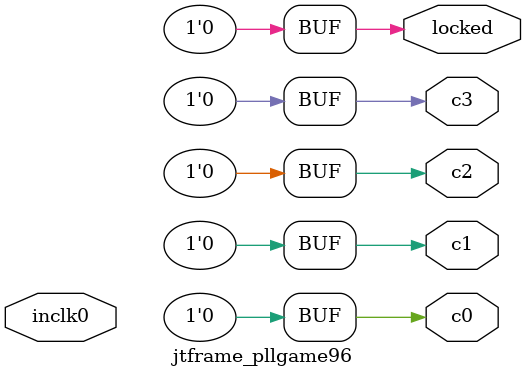
<source format=v>
module jtframe_pllgame96(	// file.cleaned.mlir:2:3
  input  inclk0,	// file.cleaned.mlir:2:35
  output c0,	// file.cleaned.mlir:2:53
         c1,	// file.cleaned.mlir:2:66
         c2,	// file.cleaned.mlir:2:79
         c3,	// file.cleaned.mlir:2:92
         locked	// file.cleaned.mlir:2:105
);

  assign c0 = 1'h0;	// file.cleaned.mlir:3:14, :4:5
  assign c1 = 1'h0;	// file.cleaned.mlir:3:14, :4:5
  assign c2 = 1'h0;	// file.cleaned.mlir:3:14, :4:5
  assign c3 = 1'h0;	// file.cleaned.mlir:3:14, :4:5
  assign locked = 1'h0;	// file.cleaned.mlir:3:14, :4:5
endmodule


</source>
